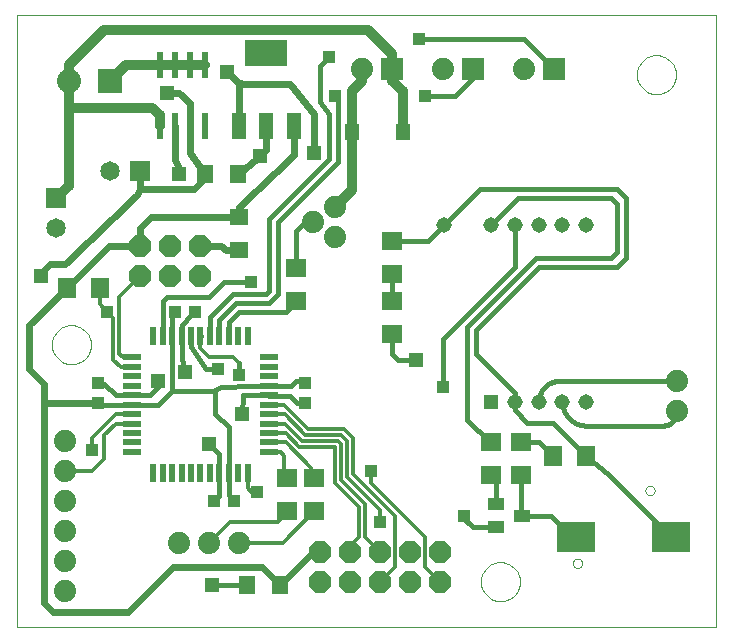
<source format=gtl>
G75*
%MOIN*%
%OFA0B0*%
%FSLAX24Y24*%
%IPPOS*%
%LPD*%
%AMOC8*
5,1,8,0,0,1.08239X$1,22.5*
%
%ADD10C,0.0000*%
%ADD11OC8,0.0740*%
%ADD12R,0.0630X0.0551*%
%ADD13R,0.0551X0.0630*%
%ADD14R,0.0740X0.0740*%
%ADD15C,0.0740*%
%ADD16R,0.0800X0.0800*%
%ADD17C,0.0800*%
%ADD18R,0.0236X0.0866*%
%ADD19C,0.0650*%
%ADD20R,0.0650X0.0650*%
%ADD21R,0.0480X0.0880*%
%ADD22R,0.1417X0.0866*%
%ADD23R,0.0500X0.0579*%
%ADD24R,0.0197X0.0591*%
%ADD25R,0.0591X0.0197*%
%ADD26R,0.0433X0.0394*%
%ADD27R,0.0394X0.0433*%
%ADD28R,0.0630X0.0709*%
%ADD29R,0.0709X0.0630*%
%ADD30R,0.0515X0.0515*%
%ADD31C,0.0515*%
%ADD32R,0.0710X0.0630*%
%ADD33R,0.1260X0.0984*%
%ADD34R,0.0551X0.0394*%
%ADD35C,0.0320*%
%ADD36C,0.0240*%
%ADD37R,0.0475X0.0475*%
%ADD38C,0.0160*%
%ADD39R,0.0396X0.0396*%
%ADD40C,0.0120*%
%ADD41R,0.0436X0.0436*%
D10*
X000120Y000100D02*
X000120Y020496D01*
X023390Y020496D01*
X023390Y000100D01*
X000120Y000100D01*
X001270Y009500D02*
X001272Y009550D01*
X001278Y009600D01*
X001288Y009650D01*
X001301Y009698D01*
X001318Y009746D01*
X001339Y009792D01*
X001363Y009836D01*
X001391Y009878D01*
X001422Y009918D01*
X001456Y009955D01*
X001493Y009990D01*
X001532Y010021D01*
X001573Y010050D01*
X001617Y010075D01*
X001663Y010097D01*
X001710Y010115D01*
X001758Y010129D01*
X001807Y010140D01*
X001857Y010147D01*
X001907Y010150D01*
X001958Y010149D01*
X002008Y010144D01*
X002058Y010135D01*
X002106Y010123D01*
X002154Y010106D01*
X002200Y010086D01*
X002245Y010063D01*
X002288Y010036D01*
X002328Y010006D01*
X002366Y009973D01*
X002401Y009937D01*
X002434Y009898D01*
X002463Y009857D01*
X002489Y009814D01*
X002512Y009769D01*
X002531Y009722D01*
X002546Y009674D01*
X002558Y009625D01*
X002566Y009575D01*
X002570Y009525D01*
X002570Y009475D01*
X002566Y009425D01*
X002558Y009375D01*
X002546Y009326D01*
X002531Y009278D01*
X002512Y009231D01*
X002489Y009186D01*
X002463Y009143D01*
X002434Y009102D01*
X002401Y009063D01*
X002366Y009027D01*
X002328Y008994D01*
X002288Y008964D01*
X002245Y008937D01*
X002200Y008914D01*
X002154Y008894D01*
X002106Y008877D01*
X002058Y008865D01*
X002008Y008856D01*
X001958Y008851D01*
X001907Y008850D01*
X001857Y008853D01*
X001807Y008860D01*
X001758Y008871D01*
X001710Y008885D01*
X001663Y008903D01*
X001617Y008925D01*
X001573Y008950D01*
X001532Y008979D01*
X001493Y009010D01*
X001456Y009045D01*
X001422Y009082D01*
X001391Y009122D01*
X001363Y009164D01*
X001339Y009208D01*
X001318Y009254D01*
X001301Y009302D01*
X001288Y009350D01*
X001278Y009400D01*
X001272Y009450D01*
X001270Y009500D01*
X015570Y001600D02*
X015572Y001650D01*
X015578Y001700D01*
X015588Y001750D01*
X015601Y001798D01*
X015618Y001846D01*
X015639Y001892D01*
X015663Y001936D01*
X015691Y001978D01*
X015722Y002018D01*
X015756Y002055D01*
X015793Y002090D01*
X015832Y002121D01*
X015873Y002150D01*
X015917Y002175D01*
X015963Y002197D01*
X016010Y002215D01*
X016058Y002229D01*
X016107Y002240D01*
X016157Y002247D01*
X016207Y002250D01*
X016258Y002249D01*
X016308Y002244D01*
X016358Y002235D01*
X016406Y002223D01*
X016454Y002206D01*
X016500Y002186D01*
X016545Y002163D01*
X016588Y002136D01*
X016628Y002106D01*
X016666Y002073D01*
X016701Y002037D01*
X016734Y001998D01*
X016763Y001957D01*
X016789Y001914D01*
X016812Y001869D01*
X016831Y001822D01*
X016846Y001774D01*
X016858Y001725D01*
X016866Y001675D01*
X016870Y001625D01*
X016870Y001575D01*
X016866Y001525D01*
X016858Y001475D01*
X016846Y001426D01*
X016831Y001378D01*
X016812Y001331D01*
X016789Y001286D01*
X016763Y001243D01*
X016734Y001202D01*
X016701Y001163D01*
X016666Y001127D01*
X016628Y001094D01*
X016588Y001064D01*
X016545Y001037D01*
X016500Y001014D01*
X016454Y000994D01*
X016406Y000977D01*
X016358Y000965D01*
X016308Y000956D01*
X016258Y000951D01*
X016207Y000950D01*
X016157Y000953D01*
X016107Y000960D01*
X016058Y000971D01*
X016010Y000985D01*
X015963Y001003D01*
X015917Y001025D01*
X015873Y001050D01*
X015832Y001079D01*
X015793Y001110D01*
X015756Y001145D01*
X015722Y001182D01*
X015691Y001222D01*
X015663Y001264D01*
X015639Y001308D01*
X015618Y001354D01*
X015601Y001402D01*
X015588Y001450D01*
X015578Y001500D01*
X015572Y001550D01*
X015570Y001600D01*
X018627Y002214D02*
X018629Y002239D01*
X018635Y002263D01*
X018644Y002285D01*
X018657Y002306D01*
X018673Y002325D01*
X018692Y002341D01*
X018713Y002354D01*
X018735Y002363D01*
X018759Y002369D01*
X018784Y002371D01*
X018809Y002369D01*
X018833Y002363D01*
X018855Y002354D01*
X018876Y002341D01*
X018895Y002325D01*
X018911Y002306D01*
X018924Y002285D01*
X018933Y002263D01*
X018939Y002239D01*
X018941Y002214D01*
X018939Y002189D01*
X018933Y002165D01*
X018924Y002143D01*
X018911Y002122D01*
X018895Y002103D01*
X018876Y002087D01*
X018855Y002074D01*
X018833Y002065D01*
X018809Y002059D01*
X018784Y002057D01*
X018759Y002059D01*
X018735Y002065D01*
X018713Y002074D01*
X018692Y002087D01*
X018673Y002103D01*
X018657Y002122D01*
X018644Y002143D01*
X018635Y002165D01*
X018629Y002189D01*
X018627Y002214D01*
X021048Y004635D02*
X021050Y004660D01*
X021056Y004684D01*
X021065Y004706D01*
X021078Y004727D01*
X021094Y004746D01*
X021113Y004762D01*
X021134Y004775D01*
X021156Y004784D01*
X021180Y004790D01*
X021205Y004792D01*
X021230Y004790D01*
X021254Y004784D01*
X021276Y004775D01*
X021297Y004762D01*
X021316Y004746D01*
X021332Y004727D01*
X021345Y004706D01*
X021354Y004684D01*
X021360Y004660D01*
X021362Y004635D01*
X021360Y004610D01*
X021354Y004586D01*
X021345Y004564D01*
X021332Y004543D01*
X021316Y004524D01*
X021297Y004508D01*
X021276Y004495D01*
X021254Y004486D01*
X021230Y004480D01*
X021205Y004478D01*
X021180Y004480D01*
X021156Y004486D01*
X021134Y004495D01*
X021113Y004508D01*
X021094Y004524D01*
X021078Y004543D01*
X021065Y004564D01*
X021056Y004586D01*
X021050Y004610D01*
X021048Y004635D01*
X020770Y018500D02*
X020772Y018550D01*
X020778Y018600D01*
X020788Y018650D01*
X020801Y018698D01*
X020818Y018746D01*
X020839Y018792D01*
X020863Y018836D01*
X020891Y018878D01*
X020922Y018918D01*
X020956Y018955D01*
X020993Y018990D01*
X021032Y019021D01*
X021073Y019050D01*
X021117Y019075D01*
X021163Y019097D01*
X021210Y019115D01*
X021258Y019129D01*
X021307Y019140D01*
X021357Y019147D01*
X021407Y019150D01*
X021458Y019149D01*
X021508Y019144D01*
X021558Y019135D01*
X021606Y019123D01*
X021654Y019106D01*
X021700Y019086D01*
X021745Y019063D01*
X021788Y019036D01*
X021828Y019006D01*
X021866Y018973D01*
X021901Y018937D01*
X021934Y018898D01*
X021963Y018857D01*
X021989Y018814D01*
X022012Y018769D01*
X022031Y018722D01*
X022046Y018674D01*
X022058Y018625D01*
X022066Y018575D01*
X022070Y018525D01*
X022070Y018475D01*
X022066Y018425D01*
X022058Y018375D01*
X022046Y018326D01*
X022031Y018278D01*
X022012Y018231D01*
X021989Y018186D01*
X021963Y018143D01*
X021934Y018102D01*
X021901Y018063D01*
X021866Y018027D01*
X021828Y017994D01*
X021788Y017964D01*
X021745Y017937D01*
X021700Y017914D01*
X021654Y017894D01*
X021606Y017877D01*
X021558Y017865D01*
X021508Y017856D01*
X021458Y017851D01*
X021407Y017850D01*
X021357Y017853D01*
X021307Y017860D01*
X021258Y017871D01*
X021210Y017885D01*
X021163Y017903D01*
X021117Y017925D01*
X021073Y017950D01*
X021032Y017979D01*
X020993Y018010D01*
X020956Y018045D01*
X020922Y018082D01*
X020891Y018122D01*
X020863Y018164D01*
X020839Y018208D01*
X020818Y018254D01*
X020801Y018302D01*
X020788Y018350D01*
X020778Y018400D01*
X020772Y018450D01*
X020770Y018500D01*
D11*
X006220Y012800D03*
X005220Y012800D03*
X005220Y011800D03*
X006220Y011800D03*
X004220Y011800D03*
X004220Y012800D03*
X010220Y002600D03*
X011220Y002600D03*
X012220Y002600D03*
X013220Y002600D03*
X014220Y002600D03*
X014220Y001600D03*
X013220Y001600D03*
X012220Y001600D03*
X011220Y001600D03*
X010220Y001600D03*
D12*
X007520Y012649D03*
X007520Y013751D03*
D13*
X007471Y015200D03*
X006368Y015200D03*
X007768Y001500D03*
X008871Y001500D03*
D14*
X012620Y018700D03*
X015320Y018700D03*
X018020Y018700D03*
D15*
X017020Y018700D03*
X014320Y018700D03*
X011620Y018700D03*
X010720Y014100D03*
X009970Y013600D03*
X010720Y013100D03*
X001720Y006300D03*
X001720Y005300D03*
X001720Y004300D03*
X001720Y003300D03*
X001720Y002300D03*
X001720Y001300D03*
X005520Y002900D03*
X006520Y002900D03*
X007520Y002900D03*
X022120Y007300D03*
X022120Y008300D03*
D16*
X003220Y018300D03*
D17*
X001842Y018300D03*
D18*
X004870Y018824D03*
X005370Y018824D03*
X005870Y018824D03*
X006370Y018824D03*
X006370Y016776D03*
X005870Y016776D03*
X005370Y016776D03*
X004870Y016776D03*
D19*
X003220Y015300D03*
X001420Y013400D03*
D20*
X001420Y014400D03*
X004220Y015300D03*
D21*
X007510Y016780D03*
X008420Y016780D03*
X009330Y016780D03*
D22*
X008420Y019220D03*
D23*
X011273Y016600D03*
X012966Y016600D03*
D24*
X007794Y009783D03*
X007479Y009783D03*
X007164Y009783D03*
X006849Y009783D03*
X006534Y009783D03*
X006220Y009783D03*
X005905Y009783D03*
X005590Y009783D03*
X005275Y009783D03*
X004960Y009783D03*
X004645Y009783D03*
X004645Y005217D03*
X004960Y005217D03*
X005275Y005217D03*
X005590Y005217D03*
X005905Y005217D03*
X006220Y005217D03*
X006534Y005217D03*
X006849Y005217D03*
X007164Y005217D03*
X007479Y005217D03*
X007794Y005217D03*
D25*
X008503Y005925D03*
X008503Y006240D03*
X008503Y006555D03*
X008503Y006870D03*
X008503Y007185D03*
X008503Y007500D03*
X008503Y007815D03*
X008503Y008130D03*
X008503Y008445D03*
X008503Y008760D03*
X008503Y009075D03*
X003936Y009075D03*
X003936Y008760D03*
X003936Y008445D03*
X003936Y008130D03*
X003936Y007815D03*
X003936Y007500D03*
X003936Y007185D03*
X003936Y006870D03*
X003936Y006555D03*
X003936Y006240D03*
X003936Y005925D03*
D26*
X006685Y004300D03*
X007354Y004300D03*
X006054Y010600D03*
X005385Y010600D03*
D27*
X002820Y008235D03*
X002820Y007565D03*
X009720Y007565D03*
X009720Y008235D03*
D28*
X002871Y011400D03*
X001768Y011400D03*
X017968Y005800D03*
X019071Y005800D03*
D29*
X015920Y006251D03*
X015920Y005149D03*
X010020Y005051D03*
X009120Y005051D03*
X009120Y003949D03*
X010020Y003949D03*
X009420Y010949D03*
X009420Y012051D03*
X012620Y011849D03*
X012620Y012951D03*
D30*
X015920Y007594D03*
D31*
X016707Y007594D03*
X017495Y007594D03*
X018282Y007594D03*
X019070Y007594D03*
X019070Y013500D03*
X018282Y013500D03*
X017495Y013500D03*
X016707Y013500D03*
X015920Y013500D03*
X014345Y013500D03*
D32*
X012620Y010960D03*
X012620Y009840D03*
X016920Y006260D03*
X016920Y005140D03*
D33*
X018745Y003100D03*
X021894Y003100D03*
D34*
X016953Y003800D03*
X016086Y003426D03*
X016086Y004174D03*
D35*
X010720Y014100D02*
X011273Y014654D01*
X011273Y016600D01*
X011273Y017954D01*
X011620Y018300D01*
X011620Y018700D01*
X012620Y018700D02*
X012620Y018300D01*
X012966Y017954D01*
X012966Y016600D01*
X012620Y018700D02*
X012620Y019200D01*
X011820Y020000D01*
X003020Y020000D01*
X001842Y018822D01*
X001842Y018300D01*
X001842Y017500D01*
X001942Y017400D01*
X004620Y017400D01*
X004870Y017150D01*
X004870Y016776D01*
X003220Y018300D02*
X003743Y018824D01*
X004870Y018824D01*
X005370Y018824D01*
X005870Y018824D01*
X006370Y018824D01*
X001842Y017500D02*
X001842Y014778D01*
X001420Y014400D01*
D36*
X003168Y012800D02*
X001768Y011400D01*
X000520Y010151D01*
X000520Y008700D01*
X001020Y008200D01*
X001020Y007600D01*
X001054Y007565D01*
X002820Y007565D01*
X001020Y007600D02*
X001020Y000900D01*
X001320Y000600D01*
X003820Y000600D01*
X005320Y002100D01*
X008271Y002100D01*
X008871Y001500D01*
X009971Y002600D01*
X010220Y002600D01*
X000920Y011800D02*
X000920Y011900D01*
X001220Y012200D01*
X001720Y012200D01*
X004120Y014500D01*
X004220Y014700D01*
X004220Y015300D01*
X004220Y014700D02*
X006020Y014700D01*
X006368Y015049D01*
X006368Y015200D01*
X005870Y015899D01*
X005870Y016776D01*
X005870Y017550D01*
X005520Y017900D01*
X005120Y017900D01*
X005370Y016776D02*
X005370Y015650D01*
X005520Y015400D01*
X005520Y015200D01*
X004571Y013751D02*
X004220Y013400D01*
X004220Y012800D01*
X003168Y012800D01*
X004571Y013751D02*
X007520Y013751D01*
X007520Y014100D01*
X009330Y015810D01*
X009330Y016780D01*
X010020Y017200D02*
X009220Y018200D01*
X007700Y018200D01*
X007510Y018210D01*
X007120Y018600D01*
X007510Y018210D02*
X007510Y016780D01*
X008420Y016780D02*
X008420Y016000D01*
X008220Y015800D01*
X007820Y015449D01*
X007471Y015200D01*
X006920Y012800D02*
X006220Y012800D01*
X006920Y012800D02*
X007071Y012649D01*
X007520Y012649D01*
X010020Y015900D02*
X010020Y017200D01*
D37*
X010020Y015900D03*
X008220Y015800D03*
X005520Y015200D03*
X005120Y017900D03*
X007120Y018600D03*
X000920Y011800D03*
X004820Y008300D03*
X005720Y008600D03*
X007620Y007200D03*
X006520Y006200D03*
X006620Y001500D03*
X013420Y009000D03*
D38*
X012820Y009000D01*
X012620Y009200D01*
X012620Y009840D01*
X012620Y010960D02*
X012620Y011849D01*
X012620Y012951D02*
X013796Y012951D01*
X014345Y013500D01*
X015545Y014700D01*
X020120Y014700D01*
X020420Y014400D01*
X020420Y012400D01*
X020120Y012100D01*
X017520Y012100D01*
X015420Y010000D01*
X015420Y009200D01*
X016720Y007900D01*
X016720Y007607D01*
X016707Y007594D01*
X016707Y007312D01*
X017120Y006900D01*
X017971Y006900D01*
X019071Y005800D01*
X019846Y005149D01*
X021894Y003100D01*
X018745Y003100D02*
X018620Y003100D01*
X017920Y003800D01*
X016953Y003800D01*
X016920Y003833D01*
X016920Y005140D01*
X016086Y004982D02*
X016086Y004174D01*
X016086Y003426D02*
X015294Y003426D01*
X015020Y003700D01*
X015020Y003800D01*
X016086Y004982D02*
X015920Y005149D01*
X015920Y006251D02*
X015868Y006251D01*
X015120Y007000D01*
X015120Y010100D01*
X017420Y012400D01*
X019920Y012400D01*
X020120Y012600D01*
X020120Y014200D01*
X019920Y014400D01*
X016820Y014400D01*
X015920Y013500D01*
X016707Y013500D02*
X016720Y013488D01*
X016720Y012100D01*
X014320Y009700D01*
X014320Y008100D01*
X016920Y006260D02*
X017509Y006260D01*
X017968Y005800D01*
X019077Y006800D02*
X021620Y006800D01*
X021664Y006802D01*
X021707Y006808D01*
X021749Y006817D01*
X021791Y006830D01*
X021831Y006847D01*
X021870Y006867D01*
X021907Y006890D01*
X021941Y006917D01*
X021974Y006946D01*
X022003Y006979D01*
X022030Y007013D01*
X022053Y007050D01*
X022073Y007089D01*
X022090Y007129D01*
X022103Y007171D01*
X022112Y007213D01*
X022118Y007256D01*
X022120Y007300D01*
X022120Y008300D02*
X018200Y008300D01*
X018150Y008298D01*
X018100Y008293D01*
X018050Y008284D01*
X018001Y008271D01*
X017953Y008255D01*
X017907Y008236D01*
X017862Y008214D01*
X017818Y008188D01*
X017777Y008159D01*
X017738Y008128D01*
X017701Y008093D01*
X017666Y008056D01*
X017635Y008017D01*
X017606Y007976D01*
X017580Y007932D01*
X017558Y007887D01*
X017539Y007841D01*
X017523Y007793D01*
X017510Y007744D01*
X017501Y007694D01*
X017496Y007644D01*
X017494Y007594D01*
X018283Y007594D02*
X018285Y007540D01*
X018290Y007486D01*
X018300Y007432D01*
X018312Y007380D01*
X018329Y007328D01*
X018349Y007278D01*
X018372Y007229D01*
X018399Y007181D01*
X018428Y007136D01*
X018461Y007093D01*
X018497Y007052D01*
X018535Y007014D01*
X018576Y006978D01*
X018619Y006945D01*
X018664Y006916D01*
X018712Y006889D01*
X018761Y006866D01*
X018811Y006846D01*
X018863Y006829D01*
X018915Y006817D01*
X018969Y006807D01*
X019023Y006802D01*
X019077Y006800D01*
X009970Y013600D02*
X009720Y013600D01*
X009420Y013300D01*
X009420Y012051D01*
X008820Y011200D02*
X008820Y013600D01*
X010820Y015600D01*
X010820Y017700D01*
X010720Y017800D01*
X010220Y017600D02*
X010520Y017200D01*
X010520Y015700D01*
X008520Y013700D01*
X008520Y011300D01*
X008420Y011200D01*
X007320Y011200D01*
X006534Y010415D01*
X006534Y009783D01*
X006236Y009783D02*
X006220Y009783D01*
X005905Y009783D02*
X005905Y009415D01*
X006420Y008700D01*
X006820Y008700D01*
X006920Y008100D02*
X006720Y008000D01*
X006675Y007955D01*
X005275Y007955D01*
X005275Y009783D01*
X005285Y010394D01*
X005385Y010600D01*
X005590Y010170D02*
X005920Y010500D01*
X005920Y010565D01*
X006054Y010600D01*
X005590Y010170D02*
X005590Y009783D01*
X005590Y009030D01*
X005720Y008600D01*
X005275Y007955D02*
X004820Y007500D01*
X003936Y007500D01*
X002885Y007500D01*
X002820Y007565D01*
X003405Y007815D02*
X003020Y008200D01*
X002854Y008200D01*
X002820Y008235D01*
X003405Y007815D02*
X003936Y007815D01*
X004534Y007815D01*
X004820Y008100D01*
X004820Y008300D01*
X004960Y009783D02*
X004960Y010940D01*
X005120Y011100D01*
X006520Y011100D01*
X007020Y011600D01*
X007920Y011600D01*
X007420Y010900D02*
X008520Y010900D01*
X008820Y011200D01*
X009071Y010600D02*
X009420Y010949D01*
X009071Y010600D02*
X007520Y010600D01*
X007164Y010245D01*
X007164Y009783D01*
X006849Y009783D02*
X006849Y010330D01*
X007420Y010900D01*
X007520Y008900D02*
X007520Y008500D01*
X007890Y008130D02*
X006920Y008100D01*
X006720Y008000D02*
X006720Y007200D01*
X007164Y006755D01*
X007164Y005217D01*
X007164Y004490D01*
X007354Y004300D01*
X006849Y004465D02*
X006685Y004300D01*
X006849Y004465D02*
X006849Y005217D01*
X006849Y005870D01*
X006520Y006200D01*
X007620Y007200D02*
X007634Y007815D01*
X008503Y007815D01*
X008518Y007800D01*
X009220Y007800D01*
X009454Y007565D01*
X009720Y007565D01*
X009249Y008130D02*
X009420Y008300D01*
X009585Y008300D01*
X009720Y008235D01*
X009249Y008130D02*
X008503Y008130D01*
X007890Y008130D01*
X007768Y001500D02*
X006620Y001500D01*
X010220Y017600D02*
X010220Y018800D01*
X010520Y019100D01*
X013520Y019700D02*
X017020Y019700D01*
X018020Y018700D01*
X015320Y018700D02*
X015320Y018400D01*
X014720Y017800D01*
X013720Y017800D01*
D39*
X013720Y017800D03*
X013520Y019700D03*
X010720Y017800D03*
X010520Y019100D03*
X007920Y011600D03*
X006820Y008700D03*
X007520Y008500D03*
X003120Y010600D03*
X002620Y006000D03*
X014320Y008100D03*
X015020Y003800D03*
D40*
X013720Y003100D02*
X013720Y002100D01*
X014220Y001600D01*
X013720Y003100D02*
X011920Y004900D01*
X011920Y005300D01*
X011320Y005200D02*
X011320Y006400D01*
X011020Y006700D01*
X009820Y006700D01*
X009020Y007500D01*
X008503Y007500D01*
X008503Y007185D02*
X009034Y007185D01*
X009720Y006500D01*
X010920Y006500D01*
X011120Y006300D01*
X011120Y005100D01*
X012220Y004000D01*
X012220Y003600D01*
X012720Y003800D02*
X011320Y005200D01*
X010920Y005000D02*
X010920Y006200D01*
X010820Y006300D01*
X009620Y006300D01*
X009049Y006870D01*
X008503Y006870D01*
X008503Y006555D02*
X009064Y006555D01*
X009520Y006100D01*
X010720Y006100D01*
X010720Y004900D01*
X011520Y004100D01*
X011520Y003100D01*
X011220Y002800D01*
X011220Y002600D01*
X011720Y003100D02*
X012220Y002600D01*
X011720Y003100D02*
X011720Y004200D01*
X010920Y005000D01*
X010020Y005051D02*
X009920Y005151D01*
X009920Y005400D01*
X009079Y006240D01*
X008503Y006240D01*
X008503Y005925D02*
X008894Y005925D01*
X009020Y005800D01*
X009020Y005151D01*
X009120Y005051D01*
X008120Y004600D02*
X007920Y004600D01*
X007794Y004725D01*
X007794Y005217D01*
X009120Y003949D02*
X009168Y003949D01*
X008820Y003600D01*
X007220Y003600D01*
X006520Y002900D01*
X007520Y002900D02*
X008971Y002900D01*
X010020Y003949D01*
X012720Y003800D02*
X012720Y002100D01*
X012220Y001600D01*
X007520Y008900D02*
X007320Y009100D01*
X006520Y009100D01*
X006220Y009400D01*
X006220Y009783D01*
X004220Y011800D02*
X003520Y011100D01*
X003520Y009200D01*
X003645Y009075D01*
X003936Y009075D01*
X003936Y008760D02*
X003560Y008760D01*
X003320Y009000D01*
X003320Y010400D01*
X003120Y010600D01*
X002871Y010849D01*
X002871Y011400D01*
X003405Y007185D02*
X002620Y006400D01*
X002620Y006000D01*
X003020Y005700D02*
X002620Y005300D01*
X001720Y005300D01*
X003020Y005700D02*
X003020Y006500D01*
X003390Y006870D01*
X003936Y006870D01*
X003936Y007185D02*
X003405Y007185D01*
D41*
X008120Y004600D03*
X011920Y005300D03*
X012220Y003600D03*
M02*

</source>
